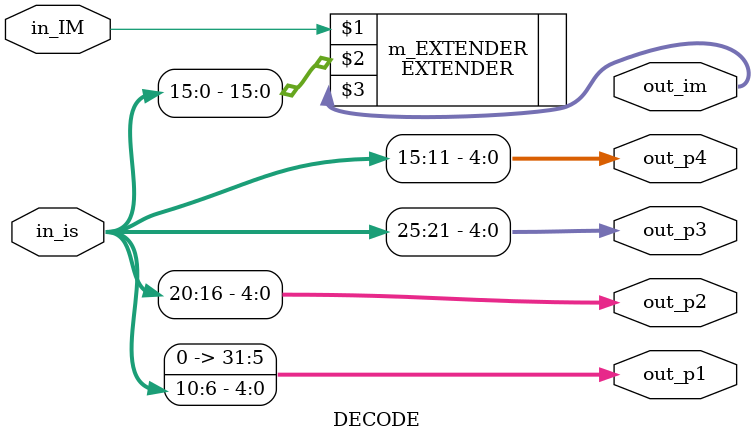
<source format=v>
module DECODE(in_IM,in_is,out_p1,out_im,out_p2,out_p3,out_p4);
	input in_IM;
	input [31:0]in_is;
	output [31:0]out_p1;
	output [31:0]out_im;
	output [4:0]out_p2,out_p3,out_p4;
	assign out_p1[4:0] = in_is[10:6];
	assign out_p1[31:5] = 0;
	assign out_p2 = in_is[20:16];
	assign out_p3 = in_is[25:21];
	assign out_p4 = in_is[15:11];
	EXTENDER m_EXTENDER(in_IM,in_is[15:0],out_im);
endmodule
</source>
